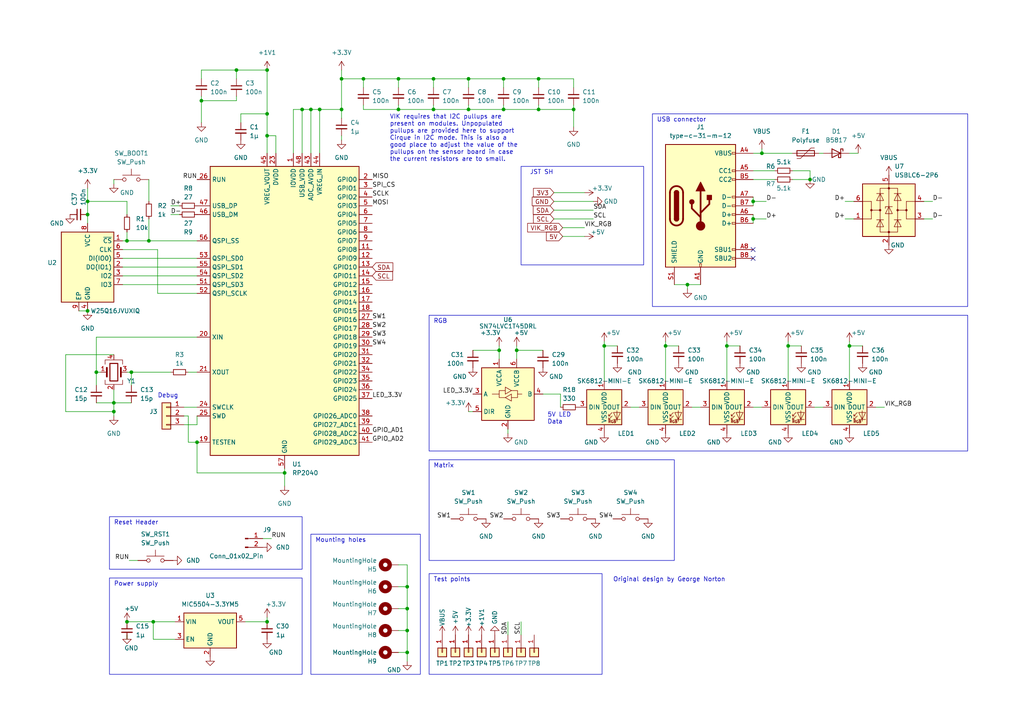
<source format=kicad_sch>
(kicad_sch (version 20230121) (generator eeschema)
  (paper "A4")
  (title_block (title "Trackpad") (date "2023-12-08") (rev "1") (comment 1 "original design by George Norton"))
  (junction (at 220.98 44.45))
  (junction (at 228.6 100.33))
  (junction (at 146.05 22.86))
  (junction (at 135.89 31.75))
  (junction (at 125.73 31.75))
  (junction (at 175.26 100.33))
  (junction (at 210.82 100.33))
  (junction (at 27.94 107.95))
  (junction (at 92.71 31.75))
  (junction (at 99.06 31.75))
  (junction (at 115.57 31.75))
  (junction (at 118.11 176.53))
  (junction (at 246.38 100.33))
  (junction (at 146.05 31.75))
  (junction (at 125.73 22.86))
  (junction (at 99.06 22.86))
  (junction (at 25.4 90.17))
  (junction (at 36.83 69.85))
  (junction (at 33.02 119.38))
  (junction (at 135.89 22.86))
  (junction (at 105.41 22.86))
  (junction (at 118.11 182.88))
  (junction (at 156.21 31.75))
  (junction (at 166.37 31.75))
  (junction (at 25.4 62.23))
  (junction (at 43.18 69.85))
  (junction (at 156.21 22.86))
  (junction (at 77.47 20.32))
  (junction (at 218.44 63.5))
  (junction (at 87.63 31.75))
  (junction (at 77.47 39.37))
  (junction (at 90.17 31.75))
  (junction (at 193.04 100.33))
  (junction (at 199.39 82.55))
  (junction (at 57.15 128.27))
  (junction (at 118.11 189.23))
  (junction (at 77.47 180.34))
  (junction (at 149.86 101.6))
  (junction (at 25.4 58.42))
  (junction (at 82.55 137.16))
  (junction (at 44.45 180.34))
  (junction (at 115.57 22.86))
  (junction (at 38.1 107.95))
  (junction (at 68.58 20.32))
  (junction (at 118.11 170.18))
  (junction (at 36.83 180.34))
  (junction (at 234.95 52.07))
  (junction (at 33.02 116.84))
  (junction (at 58.42 29.21))
  (junction (at 218.44 58.42))
  (junction (at 144.78 101.6))
  (junction (at 77.47 33.02))
  (no_connect (at 218.44 72.39))
  (no_connect (at 218.44 74.93))
  (wire (pts (xy 160.655 60.96) (xy 172.085 60.96)))
  (wire (pts (xy 137.16 101.6) (xy 144.78 101.6)))
  (wire (pts (xy 218.44 52.07) (xy 224.79 52.07)))
  (wire (pts (xy 115.57 30.48) (xy 115.57 31.75)))
  (wire (pts (xy 54.61 107.95) (xy 57.15 107.95)))
  (wire (pts (xy 125.73 22.86) (xy 125.73 25.4)))
  (wire (pts (xy 199.39 82.55) (xy 199.39 83.82)))
  (wire (pts (xy 37.465 162.56) (xy 40.005 162.56)))
  (wire (pts (xy 58.42 20.32) (xy 68.58 20.32)))
  (wire (pts (xy 199.39 82.55) (xy 203.2 82.55)))
  (wire (pts (xy 193.04 100.33) (xy 193.04 110.49)))
  (wire (pts (xy 246.38 100.33) (xy 246.38 110.49)))
  (wire (pts (xy 38.1 107.95) (xy 38.1 111.76)))
  (wire (pts (xy 135.89 31.75) (xy 146.05 31.75)))
  (wire (pts (xy 118.11 176.53) (xy 118.11 182.88)))
  (wire (pts (xy 25.4 58.42) (xy 25.4 62.23)))
  (wire (pts (xy 43.18 63.5) (xy 43.18 69.85)))
  (wire (pts (xy 118.11 163.83) (xy 118.11 170.18)))
  (wire (pts (xy 218.44 49.53) (xy 224.79 49.53)))
  (wire (pts (xy 151.13 180.34) (xy 151.13 184.15)))
  (wire (pts (xy 45.72 72.39) (xy 45.72 85.09)))
  (wire (pts (xy 115.57 176.53) (xy 118.11 176.53)))
  (wire (pts (xy 166.37 22.86) (xy 166.37 25.4)))
  (wire (pts (xy 175.26 100.33) (xy 179.07 100.33)))
  (wire (pts (xy 156.21 22.86) (xy 156.21 25.4)))
  (wire (pts (xy 195.58 82.55) (xy 199.39 82.55)))
  (wire (pts (xy 43.18 69.85) (xy 57.15 69.85)))
  (wire (pts (xy 234.95 49.53) (xy 234.95 52.07)))
  (wire (pts (xy 38.1 107.95) (xy 49.53 107.95)))
  (wire (pts (xy 146.05 22.86) (xy 156.21 22.86)))
  (wire (pts (xy 118.11 182.88) (xy 118.11 189.23)))
  (wire (pts (xy 222.25 63.5) (xy 218.44 63.5)))
  (wire (pts (xy 118.11 170.18) (xy 118.11 176.53)))
  (wire (pts (xy 53.34 118.11) (xy 57.15 118.11)))
  (wire (pts (xy 27.94 97.79) (xy 27.94 107.95)))
  (wire (pts (xy 57.15 97.79) (xy 27.94 97.79)))
  (wire (pts (xy 49.53 62.23) (xy 52.07 62.23)))
  (wire (pts (xy 27.94 107.95) (xy 27.94 111.76)))
  (wire (pts (xy 218.44 62.23) (xy 218.44 63.5)))
  (wire (pts (xy 35.56 72.39) (xy 45.72 72.39)))
  (wire (pts (xy 49.53 59.69) (xy 52.07 59.69)))
  (wire (pts (xy 237.49 44.45) (xy 238.76 44.45)))
  (wire (pts (xy 43.18 52.07) (xy 43.18 58.42)))
  (wire (pts (xy 36.83 69.85) (xy 43.18 69.85)))
  (wire (pts (xy 36.83 107.95) (xy 38.1 107.95)))
  (wire (pts (xy 147.32 125.73) (xy 147.32 124.46)))
  (wire (pts (xy 54.61 128.27) (xy 57.15 128.27)))
  (wire (pts (xy 35.56 82.55) (xy 57.15 82.55)))
  (wire (pts (xy 53.34 120.65) (xy 54.61 120.65)))
  (wire (pts (xy 90.17 44.45) (xy 90.17 31.75)))
  (wire (pts (xy 33.02 116.84) (xy 33.02 119.38)))
  (wire (pts (xy 125.73 30.48) (xy 125.73 31.75)))
  (wire (pts (xy 169.545 55.88) (xy 160.655 55.88)))
  (wire (pts (xy 147.32 180.34) (xy 147.32 184.15)))
  (wire (pts (xy 210.82 100.33) (xy 214.63 100.33)))
  (wire (pts (xy 44.45 180.34) (xy 50.8 180.34)))
  (wire (pts (xy 33.02 119.38) (xy 33.02 120.65)))
  (wire (pts (xy 246.38 99.06) (xy 246.38 100.33)))
  (wire (pts (xy 135.89 22.86) (xy 135.89 25.4)))
  (wire (pts (xy 144.78 100.33) (xy 144.78 101.6)))
  (wire (pts (xy 156.21 31.75) (xy 166.37 31.75)))
  (wire (pts (xy 200.66 118.11) (xy 203.2 118.11)))
  (wire (pts (xy 218.44 58.42) (xy 218.44 59.69)))
  (wire (pts (xy 254 118.11) (xy 256.54 118.11)))
  (wire (pts (xy 99.06 22.86) (xy 105.41 22.86)))
  (wire (pts (xy 33.02 102.87) (xy 19.05 102.87)))
  (wire (pts (xy 92.71 31.75) (xy 99.06 31.75)))
  (wire (pts (xy 149.86 101.6) (xy 149.86 104.14)))
  (wire (pts (xy 77.47 179.07) (xy 77.47 180.34)))
  (wire (pts (xy 87.63 31.75) (xy 90.17 31.75)))
  (wire (pts (xy 118.11 189.23) (xy 118.11 191.77)))
  (wire (pts (xy 175.26 99.06) (xy 175.26 100.33)))
  (wire (pts (xy 193.04 99.06) (xy 193.04 100.33)))
  (wire (pts (xy 229.87 49.53) (xy 234.95 49.53)))
  (wire (pts (xy 27.94 116.84) (xy 33.02 116.84)))
  (wire (pts (xy 90.17 31.75) (xy 92.71 31.75)))
  (wire (pts (xy 53.34 123.19) (xy 57.15 123.19)))
  (wire (pts (xy 105.41 30.48) (xy 105.41 31.75)))
  (wire (pts (xy 115.57 22.86) (xy 125.73 22.86)))
  (wire (pts (xy 246.38 100.33) (xy 250.19 100.33)))
  (wire (pts (xy 38.1 116.84) (xy 33.02 116.84)))
  (wire (pts (xy 77.47 33.02) (xy 77.47 39.37)))
  (wire (pts (xy 135.89 30.48) (xy 135.89 31.75)))
  (wire (pts (xy 85.09 31.75) (xy 87.63 31.75)))
  (wire (pts (xy 19.05 102.87) (xy 19.05 119.38)))
  (wire (pts (xy 57.15 123.19) (xy 57.15 120.65)))
  (wire (pts (xy 175.26 100.33) (xy 175.26 110.49)))
  (wire (pts (xy 58.42 29.21) (xy 58.42 35.56)))
  (wire (pts (xy 222.25 58.42) (xy 218.44 58.42)))
  (wire (pts (xy 210.82 100.33) (xy 210.82 110.49)))
  (wire (pts (xy 115.57 189.23) (xy 118.11 189.23)))
  (wire (pts (xy 80.01 44.45) (xy 80.01 39.37)))
  (wire (pts (xy 146.05 22.86) (xy 146.05 25.4)))
  (wire (pts (xy 156.21 30.48) (xy 156.21 31.75)))
  (wire (pts (xy 82.55 140.97) (xy 82.55 137.16)))
  (wire (pts (xy 160.655 63.5) (xy 172.085 63.5)))
  (wire (pts (xy 92.71 31.75) (xy 92.71 44.45)))
  (wire (pts (xy 166.37 31.75) (xy 166.37 36.83)))
  (wire (pts (xy 125.73 31.75) (xy 135.89 31.75)))
  (wire (pts (xy 99.06 39.37) (xy 99.06 40.64)))
  (wire (pts (xy 77.47 20.32) (xy 68.58 20.32)))
  (wire (pts (xy 115.57 31.75) (xy 125.73 31.75)))
  (wire (pts (xy 245.11 58.42) (xy 247.65 58.42)))
  (wire (pts (xy 71.12 180.34) (xy 77.47 180.34)))
  (wire (pts (xy 270.51 58.42) (xy 267.97 58.42)))
  (wire (pts (xy 245.11 63.5) (xy 247.65 63.5)))
  (wire (pts (xy 33.02 53.34) (xy 33.02 52.07)))
  (wire (pts (xy 228.6 100.33) (xy 228.6 110.49)))
  (wire (pts (xy 144.78 101.6) (xy 144.78 104.14)))
  (wire (pts (xy 166.37 30.48) (xy 166.37 31.75)))
  (wire (pts (xy 82.55 137.16) (xy 82.55 135.89)))
  (wire (pts (xy 99.06 22.86) (xy 99.06 31.75)))
  (wire (pts (xy 77.47 39.37) (xy 77.47 44.45)))
  (wire (pts (xy 35.56 77.47) (xy 57.15 77.47)))
  (wire (pts (xy 125.73 22.86) (xy 135.89 22.86)))
  (wire (pts (xy 25.4 62.23) (xy 25.4 64.77)))
  (wire (pts (xy 45.72 85.09) (xy 57.15 85.09)))
  (wire (pts (xy 68.58 22.86) (xy 68.58 20.32)))
  (wire (pts (xy 57.15 128.27) (xy 57.15 137.16)))
  (wire (pts (xy 228.6 99.06) (xy 228.6 100.33)))
  (wire (pts (xy 210.82 99.06) (xy 210.82 100.33)))
  (wire (pts (xy 236.22 118.11) (xy 238.76 118.11)))
  (wire (pts (xy 193.04 100.33) (xy 196.85 100.33)))
  (wire (pts (xy 36.83 67.31) (xy 36.83 69.85)))
  (wire (pts (xy 78.74 156.21) (xy 76.2 156.21)))
  (wire (pts (xy 58.42 29.21) (xy 68.58 29.21)))
  (wire (pts (xy 22.86 90.17) (xy 25.4 90.17)))
  (wire (pts (xy 36.83 184.15) (xy 36.83 185.42)))
  (wire (pts (xy 218.44 44.45) (xy 220.98 44.45)))
  (wire (pts (xy 169.545 66.04) (xy 163.195 66.04)))
  (wire (pts (xy 58.42 20.32) (xy 58.42 22.86)))
  (wire (pts (xy 115.57 170.18) (xy 118.11 170.18)))
  (wire (pts (xy 36.83 58.42) (xy 36.83 62.23)))
  (wire (pts (xy 35.56 80.01) (xy 57.15 80.01)))
  (wire (pts (xy 54.61 120.65) (xy 54.61 128.27)))
  (wire (pts (xy 156.21 22.86) (xy 166.37 22.86)))
  (wire (pts (xy 50.8 185.42) (xy 44.45 185.42)))
  (wire (pts (xy 135.89 22.86) (xy 146.05 22.86)))
  (wire (pts (xy 105.41 22.86) (xy 115.57 22.86)))
  (wire (pts (xy 33.02 113.03) (xy 33.02 116.84)))
  (wire (pts (xy 105.41 31.75) (xy 115.57 31.75)))
  (wire (pts (xy 160.655 58.42) (xy 172.085 58.42)))
  (wire (pts (xy 68.58 29.21) (xy 68.58 27.94)))
  (wire (pts (xy 135.89 119.38) (xy 137.16 119.38)))
  (wire (pts (xy 162.56 114.3) (xy 162.56 118.11)))
  (wire (pts (xy 246.38 44.45) (xy 248.92 44.45)))
  (wire (pts (xy 115.57 182.88) (xy 118.11 182.88)))
  (wire (pts (xy 220.98 44.45) (xy 229.87 44.45)))
  (wire (pts (xy 19.05 119.38) (xy 33.02 119.38)))
  (wire (pts (xy 115.57 163.83) (xy 118.11 163.83)))
  (wire (pts (xy 157.48 114.3) (xy 162.56 114.3)))
  (wire (pts (xy 27.94 107.95) (xy 29.21 107.95)))
  (wire (pts (xy 99.06 20.32) (xy 99.06 22.86)))
  (wire (pts (xy 149.86 100.33) (xy 149.86 101.6)))
  (wire (pts (xy 218.44 63.5) (xy 218.44 64.77)))
  (wire (pts (xy 228.6 100.33) (xy 232.41 100.33)))
  (wire (pts (xy 80.01 39.37) (xy 77.47 39.37)))
  (wire (pts (xy 35.56 69.85) (xy 36.83 69.85)))
  (wire (pts (xy 229.87 52.07) (xy 234.95 52.07)))
  (wire (pts (xy 99.06 31.75) (xy 99.06 34.29)))
  (wire (pts (xy 57.15 137.16) (xy 82.55 137.16)))
  (wire (pts (xy 36.83 180.34) (xy 44.45 180.34)))
  (wire (pts (xy 77.47 20.32) (xy 77.47 33.02)))
  (wire (pts (xy 182.88 118.11) (xy 185.42 118.11)))
  (wire (pts (xy 69.85 33.02) (xy 77.47 33.02)))
  (wire (pts (xy 85.09 44.45) (xy 85.09 31.75)))
  (wire (pts (xy 36.83 58.42) (xy 25.4 58.42)))
  (wire (pts (xy 270.51 63.5) (xy 267.97 63.5)))
  (wire (pts (xy 69.85 33.02) (xy 69.85 35.56)))
  (wire (pts (xy 220.98 43.18) (xy 220.98 44.45)))
  (wire (pts (xy 218.44 57.15) (xy 218.44 58.42)))
  (wire (pts (xy 218.44 118.11) (xy 220.98 118.11)))
  (wire (pts (xy 25.4 54.61) (xy 25.4 58.42)))
  (wire (pts (xy 105.41 22.86) (xy 105.41 25.4)))
  (wire (pts (xy 146.05 30.48) (xy 146.05 31.75)))
  (wire (pts (xy 115.57 22.86) (xy 115.57 25.4)))
  (wire (pts (xy 146.05 31.75) (xy 156.21 31.75)))
  (wire (pts (xy 35.56 74.93) (xy 57.15 74.93)))
  (wire (pts (xy 58.42 27.94) (xy 58.42 29.21)))
  (wire (pts (xy 169.545 68.58) (xy 163.195 68.58)))
  (wire (pts (xy 44.45 185.42) (xy 44.45 180.34)))
  (wire (pts (xy 87.63 31.75) (xy 87.63 44.45)))
  (wire (pts (xy 149.86 101.6) (xy 157.48 101.6)))
  (rectangle (start 124.46 133.35) (end 195.58 162.56))
  (rectangle (start 124.46 166.37) (end 174.625 195.58))
  (rectangle (start 31.75 149.86) (end 87.63 165.1))
  (rectangle (start 189.23 33.02) (end 280.67 88.9))
  (rectangle (start 124.46 91.44) (end 280.67 130.81))
  (rectangle (start 151.13 48.26) (end 186.69 76.835))
  (rectangle (start 90.17 154.94) (end 121.92 195.58))
  (rectangle (start 31.75 167.64) (end 87.63 195.58))
  (text "Test points" (at 125.73 168.91 0) (effects (font (size 1.27 1.27)) (justify left bottom)))
  (text "Mounting holes" (at 91.44 157.48 0) (effects (font (size 1.27 1.27)) (justify left bottom)))
  (text "USB connector" (at 190.5 35.56 0) (effects (font (size 1.27 1.27)) (justify left bottom)))
  (text "Power supply" (at 33.02 170.18 0) (effects (font (size 1.27 1.27)) (justify left bottom)))
  (text "Debug" (at 45.72 115.57 0) (effects (font (size 1.27 1.27)) (justify left bottom)))
  (text "JST SH" (at 153.67 50.8 0) (effects (font (size 1.27 1.27)) (justify left bottom)))
  (text "VIK requires that I2C pullups are\npresent on modules. Unpopulated\npullups are provided here to support\nCirque in I2C mode. This is also a\ngood place to adjust the value of the\npullups on the sensor board in case\nthe current resistors are to small." (at 113.03 46.99 0) (effects (font (size 1.27 1.27)) (justify left bottom)))
  (text "RGB" (at 125.73 93.98 0) (effects (font (size 1.27 1.27)) (justify left bottom)))
  (text "Original design by George Norton" (at 177.8 168.91 0) (effects (font (size 1.27 1.27)) (justify left bottom)))
  (text "Matrix" (at 125.73 135.89 0) (effects (font (size 1.27 1.27)) (justify left bottom)))
  (text "Reset Header" (at 33.02 152.4 0) (effects (font (size 1.27 1.27)) (justify left bottom)))
  (text "5V LED\nData" (at 158.75 123.19 0) (effects (font (size 1.27 1.27)) (justify left bottom)))
  (label "VIK_RGB" (at 256.54 118.11 0))
  (label "VIK_RGB" (at 169.545 66.04 0))
  (label "SCL" (at 151.13 180.34 270))
  (label "D-" (at 270.51 58.42 0))
  (label "SCL" (at 172.085 63.5 0))
  (label "MOSI" (at 107.95 59.69 0))
  (label "RUN" (at 78.74 156.21 0))
  (label "D+" (at 49.53 59.69 0))
  (label "SW1" (at 130.81 150.495 180))
  (label "SW2" (at 107.95 95.25 0))
  (label "SDA" (at 172.085 60.96 0))
  (label "SPI_CS" (at 107.95 54.61 0))
  (label "RUN" (at 37.465 162.56 180))
  (label "SW1" (at 107.95 92.71 0))
  (label "MISO" (at 107.95 52.07 0))
  (label "SW2" (at 146.05 150.495 180))
  (label "LED_3.3V" (at 137.16 114.3 180))
  (label "RUN" (at 57.15 52.07 180))
  (label "SDA" (at 147.32 180.34 270))
  (label "SW3" (at 162.56 150.495 180))
  (label "LED_3.3V" (at 107.95 115.57 0))
  (label "D+" (at 245.11 63.5 180))
  (label "SW4" (at 177.8 150.495 180))
  (label "D-" (at 222.25 58.42 0))
  (label "GPIO_AD2" (at 107.95 128.27 0))
  (label "SCLK" (at 107.95 57.15 0))
  (label "SW4" (at 107.95 100.33 0))
  (label "SW3" (at 107.95 97.79 0))
  (label "D-" (at 49.53 62.23 0))
  (label "D+" (at 245.11 58.42 180))
  (label "D-" (at 270.51 63.5 0))
  (label "D+" (at 222.25 63.5 0))
  (label "GPIO_AD1" (at 107.95 125.73 0))
  (global_label "3V3" (shape input) (at 160.655 55.88 180) (property "Intersheetrefs" "${INTERSHEET_REFS}" (effects hide)))
  (global_label "SCL" (shape input) (at 107.95 80.01 0) (property "Intersheetrefs" "${INTERSHEET_REFS}" (effects hide)))
  (global_label "GND" (shape input) (at 160.655 58.42 180) (property "Intersheetrefs" "${INTERSHEET_REFS}" (effects hide)))
  (global_label "SDA" (shape input) (at 160.655 60.96 180) (property "Intersheetrefs" "${INTERSHEET_REFS}" (effects hide)))
  (global_label "SDA" (shape input) (at 107.95 77.47 0) (property "Intersheetrefs" "${INTERSHEET_REFS}" (effects hide)))
  (global_label "5V" (shape input) (at 163.195 68.58 180) (property "Intersheetrefs" "${INTERSHEET_REFS}" (effects hide)))
  (global_label "SCL" (shape input) (at 160.655 63.5 180) (property "Intersheetrefs" "${INTERSHEET_REFS}" (effects hide)))
  (global_label "VIK_RGB" (shape input) (at 163.195 66.04 180) (property "Intersheetrefs" "${INTERSHEET_REFS}" (effects hide)))
  (symbol (lib_id "power:+5V") (at 36.83 180.34 0) (unit 1)
    (property "Reference" "#PWR047" (effects hide))
    (property "Value" "+5V" (at 38.1 176.53 0))
  )
  (symbol (lib_id "power:+5V") (at 246.38 99.06 0) (unit 1)
    (property "Reference" "#PWR063" (effects hide))
    (property "Value" "+5V" (at 248.92 96.52 0))
  )
  (symbol (lib_id "power:GND") (at 157.48 106.68 0) (unit 1)
    (property "Reference" "#PWR056" (effects hide))
    (property "Value" "GND" (at 161.29 109.22 0))
  )
  (symbol (lib_id "Connector_Generic:Conn_01x03") (at 48.26 120.65 0) (mirror y) (unit 1)
    (property "Reference" "J3" (at 45.72 119.38 0) (effects (justify left)))
    (property "Value" "JST 3P" (effects hide))
    (property "Footprint" "Connector_JST:JST_SH_BM03B-SRSS-TB_1x03-1MP_P1.00mm_Vertical" (effects hide))
  )
  (symbol (lib_id "power:GND") (at 246.38 125.73 0) (unit 1)
    (property "Reference" "#PWR055" (effects hide))
    (property "Value" "GND" (at 242.57 128.27 0))
  )
  (symbol (lib_id "power:+1V1") (at 139.7 184.15 0) (unit 1)
    (property "Reference" "#PWR043" (effects hide))
    (property "Value" "+1V1" (at 139.7 179.07 90))
  )
  (symbol (lib_id "MCU_RaspberryPi:RP2040") (at 82.55 90.17 0) (unit 1)
    (property "Reference" "U1" (at 84.7441 134.62 0) (effects (justify left)))
    (property "Value" "RP2040" (at 84.7441 137.16 0) (effects (justify left)))
    (property "Footprint" "Package_DFN_QFN:QFN-56-1EP_7x7mm_P0.4mm_EP3.2x3.2mm" (effects hide))
    (property "Datasheet" "https://datasheets.raspberrypi.com/rp2040/rp2040-datasheet.pdf" (effects hide))
    (property "LCSC" "C2040" (effects hide))
  )
  (symbol (lib_id "Device:C_Small") (at 196.85 102.87 0) (unit 1)
    (property "Reference" "C33" (at 199.39 101.6063 0) (effects (justify left)))
    (property "Value" "100n" (at 199.39 104.1463 0) (effects (justify left)))
    (property "Footprint" "Capacitor_SMD:C_0402_1005Metric" (effects hide))
    (property "LCSC" "C1525" (effects hide))
  )
  (symbol (lib_id "Power_Protection:USBLC6-2P6") (at 257.81 60.96 0) (unit 1)
    (property "Reference" "U7" (at 259.4611 48.26 0) (effects (justify left)))
    (property "Value" "USBLC6-2P6" (at 259.4611 50.8 0) (effects (justify left)))
    (property "Footprint" "Package_TO_SOT_SMD:SOT-666" (effects hide))
    (property "LCSC" "C2827693" (effects hide))
  )
  (symbol (lib_id "Marbastlib:SK6812MINI-E") (at 228.6 118.11 0) (unit 1)
    (property "Reference" "LED4" (at 234.95 125.73 0))
    (property "Value" "SK6812-MINI-E" (at 228.6 110.49 0))
    (property "Footprint" "PCM_marbastlib-various:LED_6028R" (effects hide))
    (property "LCSC" "C5149201" (effects hide))
  )
  (symbol (lib_id "Device:R_Small") (at 165.1 118.11 270) (unit 1)
    (property "Reference" "R18" (at 165.1 113.03 90))
    (property "Value" "330" (at 165.1 115.57 90))
    (property "Footprint" "Resistor_SMD:R_0402_1005Metric" (effects hide))
    (property "LCSC" "C25104" (effects hide))
  )
  (symbol (lib_id "Device:C_Small") (at 135.89 27.94 0) (unit 1)
    (property "Reference" "C8" (at 138.43 26.6763 0) (effects (justify left)))
    (property "Value" "100n" (at 138.43 29.2163 0) (effects (justify left)))
    (property "Footprint" "Capacitor_SMD:C_0402_1005Metric" (effects hide))
    (property "LCSC" "C1525" (effects hide))
  )
  (symbol (lib_id "Device:C_Small") (at 232.41 102.87 0) (unit 1)
    (property "Reference" "C35" (at 234.95 101.6063 0) (effects (justify left)))
    (property "Value" "100n" (at 234.95 104.1463 0) (effects (justify left)))
    (property "Footprint" "Capacitor_SMD:C_0402_1005Metric" (effects hide))
    (property "LCSC" "C1525" (effects hide))
  )
  (symbol (lib_id "Device:C_Small") (at 77.47 182.88 0) (unit 1)
    (property "Reference" "C30" (at 80.01 181.6163 0) (effects (justify left)))
    (property "Value" "1µ" (at 80.01 184.15 0) (effects (justify left)))
    (property "Footprint" "Capacitor_SMD:C_0402_1005Metric" (effects hide))
    (property "LCSC" "C52923" (effects hide))
  )
  (symbol (lib_id "power:+3.3V") (at 25.4 54.61 0) (unit 1)
    (property "Reference" "#PWR03" (effects hide))
    (property "Value" "+3.3V" (at 25.4 49.53 0))
  )
  (symbol (lib_id "power:+3.3V") (at 135.89 119.38 0) (unit 1)
    (property "Reference" "#PWR069" (effects hide))
    (property "Value" "+3.3V" (at 132.08 116.84 0))
  )
  (symbol (lib_id "Marbastlib:SK6812MINI-E") (at 193.04 118.11 0) (unit 1)
    (property "Reference" "LED2" (at 199.39 125.73 0))
    (property "Value" "SK6812-MINI-E" (at 193.04 110.49 0))
    (property "Footprint" "PCM_marbastlib-various:LED_6028R" (effects hide))
    (property "LCSC" "C5149201" (effects hide))
  )
  (symbol (lib_id "Device:C_Small") (at 146.05 27.94 0) (unit 1)
    (property "Reference" "C9" (at 148.59 26.6763 0) (effects (justify left)))
    (property "Value" "100n" (at 148.59 29.2163 0) (effects (justify left)))
    (property "Footprint" "Capacitor_SMD:C_0402_1005Metric" (effects hide))
    (property "LCSC" "C1525" (effects hide))
  )
  (symbol (lib_id "Device:C_Small") (at 156.21 27.94 0) (unit 1)
    (property "Reference" "C10" (at 158.75 26.6763 0) (effects (justify left)))
    (property "Value" "100n" (at 158.75 29.2163 0) (effects (justify left)))
    (property "Footprint" "Capacitor_SMD:C_0402_1005Metric" (effects hide))
    (property "LCSC" "C1525" (effects hide))
  )
  (symbol (lib_id "power:GND") (at 143.51 184.15 180) (unit 1)
    (property "Reference" "#PWR042" (effects hide))
    (property "Value" "GND" (at 143.51 179.07 90))
  )
  (symbol (lib_id "Marbastlib:SK6812MINI-E") (at 175.26 118.11 0) (unit 1)
    (property "Reference" "LED1" (at 181.61 125.73 0))
    (property "Value" "SK6812-MINI-E" (at 175.26 110.49 0))
    (property "Footprint" "PCM_marbastlib-various:LED_6028R" (effects hide))
    (property "LCSC" "C5149201" (effects hide))
  )
  (symbol (lib_id "Device:R_Small") (at 227.33 49.53 90) (unit 1)
    (property "Reference" "R6" (at 223.52 48.26 90))
    (property "Value" "5.1k" (at 227.33 46.99 90))
    (property "Footprint" "Resistor_SMD:R_0402_1005Metric" (effects hide))
    (property "LCSC" "C25905" (effects hide))
  )
  (symbol (lib_id "power:+3.3V") (at 77.47 179.07 0) (unit 1)
    (property "Reference" "#PWR048" (effects hide))
    (property "Value" "+3.3V" (at 80.01 175.26 0))
  )
  (symbol (lib_id "Connector_Generic:Conn_01x01") (at 143.51 189.23 270) (unit 1)
    (property "Reference" "TP5" (at 143.51 192.405 90))
    (property "Value" "TP" (effects hide))
    (property "Footprint" "TestPoint:TestPoint_THTPad_D1.0mm_Drill0.5mm" (effects hide))
  )
  (symbol (lib_id "power:GND") (at 214.63 105.41 0) (unit 1)
    (property "Reference" "#PWR060" (effects hide))
    (property "Value" "GND" (at 218.44 107.95 0))
  )
  (symbol (lib_id "Device:C_Small") (at 250.19 102.87 0) (unit 1)
    (property "Reference" "C36" (at 252.73 101.6063 0) (effects (justify left)))
    (property "Value" "100n" (at 252.73 104.1463 0) (effects (justify left)))
    (property "Footprint" "Capacitor_SMD:C_0402_1005Metric" (effects hide))
    (property "LCSC" "C1525" (effects hide))
  )
  (symbol (lib_id "Device:Polyfuse") (at 233.68 44.45 270) (unit 1)
    (property "Reference" "F1" (at 233.68 38.1 90))
    (property "Value" "Polyfuse" (at 233.68 40.64 90))
    (property "Footprint" "Fuse:Fuse_0603_1608Metric" (effects hide))
    (property "LCSC" "C69679" (effects hide))
  )
  (symbol (lib_id "Connector_Generic:Conn_01x01") (at 135.89 189.23 270) (unit 1)
    (property "Reference" "TP3" (at 135.89 192.405 90))
    (property "Value" "TP" (effects hide))
    (property "Footprint" "TestPoint:TestPoint_THTPad_D1.0mm_Drill0.5mm" (effects hide))
  )
  (symbol (lib_id "power:+5V") (at 149.86 100.33 0) (unit 1)
    (property "Reference" "#PWR070" (effects hide))
    (property "Value" "+5V" (at 151.13 96.52 0))
  )
  (symbol (lib_id "Mechanical:MountingHole_Pad") (at 113.03 163.83 90) (unit 1)
    (property "Reference" "H5" (at 107.95 165.1 90))
    (property "Value" "MountingHole" (at 102.87 162.56 90))
    (property "Footprint" "MountingHole:MountingHole_3.2mm_M3_Pad_Via" (effects hide))
  )
  (symbol (lib_id "power:+5V") (at 228.6 99.06 0) (unit 1)
    (property "Reference" "#PWR061" (effects hide))
    (property "Value" "+5V" (at 231.14 96.52 0))
  )
  (symbol (lib_id "Device:C_Small") (at 27.94 114.3 0) (unit 1)
    (property "Reference" "C12" (at 21.59 113.03 0) (effects (justify left)))
    (property "Value" "15p" (at 21.59 115.57 0) (effects (justify left)))
    (property "Footprint" "Capacitor_SMD:C_0402_1005Metric" (effects hide))
    (property "LCSC" "C1548" (effects hide))
  )
  (symbol (lib_id "power:GND") (at 82.55 140.97 0) (unit 1)
    (property "Reference" "#PWR014" (effects hide))
    (property "Value" "GND" (at 82.55 146.05 0))
  )
  (symbol (lib_id "Mechanical:MountingHole_Pad") (at 113.03 176.53 90) (unit 1)
    (property "Reference" "H7" (at 107.95 177.8 90))
    (property "Value" "MountingHole" (at 102.87 175.26 90))
    (property "Footprint" "MountingHole:MountingHole_3.2mm_M3_Pad_Via" (effects hide))
  )
  (symbol (lib_id "Device:C_Small") (at 166.37 27.94 0) (unit 1)
    (property "Reference" "C11" (at 168.91 26.6763 0) (effects (justify left)))
    (property "Value" "100n" (at 168.91 29.2163 0) (effects (justify left)))
    (property "Footprint" "Capacitor_SMD:C_0402_1005Metric" (effects hide))
    (property "LCSC" "C1525" (effects hide))
  )
  (symbol (lib_id "Device:C_Small") (at 157.48 104.14 0) (unit 1)
    (property "Reference" "C29" (at 160.02 102.8763 0) (effects (justify left)))
    (property "Value" "100n" (at 160.02 105.4163 0) (effects (justify left)))
    (property "Footprint" "Capacitor_SMD:C_0402_1005Metric" (effects hide))
    (property "LCSC" "C1525" (effects hide))
  )
  (symbol (lib_id "power:GND") (at 257.81 71.12 0) (unit 1)
    (property "Reference" "#PWR071" (effects hide))
    (property "Value" "GND" (at 260.35 71.12 0))
  )
  (symbol (lib_id "power:GND") (at 76.2 158.75 90) (unit 1)
    (property "Reference" "#PWR051" (effects hide))
    (property "Value" "GND" (at 80.01 158.75 90) (effects (justify right)))
  )
  (symbol (lib_id "power:GND") (at 199.39 83.82 0) (unit 1)
    (property "Reference" "#PWR031" (effects hide))
    (property "Value" "GND" (at 203.2 86.36 0))
  )
  (symbol (lib_id "Device:C_Small") (at 179.07 102.87 0) (unit 1)
    (property "Reference" "C32" (at 181.61 101.6063 0) (effects (justify left)))
    (property "Value" "100n" (at 181.61 104.1463 0) (effects (justify left)))
    (property "Footprint" "Capacitor_SMD:C_0402_1005Metric" (effects hide))
    (property "LCSC" "C1525" (effects hide))
  )
  (symbol (lib_id "Memory_Flash:W25Q128JVS") (at 25.4 77.47 0) (mirror y) (unit 1)
    (property "Reference" "U2" (at 16.51 76.2 0) (effects (justify left)))
    (property "Value" "W25Q16JVUXIQ" (at 40.64 90.17 0) (effects (justify left)))
    (property "Footprint" "Trackpad:USON-8-1EP_3x2mm_P0.5mm_EP0.25x1.65mm" (effects hide))
    (property "LCSC" "C2843335" (effects hide))
  )
  (symbol (lib_id "Device:C_Small") (at 36.83 182.88 0) (unit 1)
    (property "Reference" "C15" (at 39.37 181.6163 0) (effects (justify left)))
    (property "Value" "1µ" (at 39.37 184.15 0) (effects (justify left)))
    (property "Footprint" "Capacitor_SMD:C_0402_1005Metric" (effects hide))
    (property "LCSC" "C52923" (effects hide))
  )
  (symbol (lib_id "power:GND") (at 99.06 40.64 0) (unit 1)
    (property "Reference" "#PWR016" (effects hide))
    (property "Value" "GND" (at 99.06 45.72 0))
  )
  (symbol (lib_id "power:GND") (at 36.83 184.15 0) (unit 1)
    (property "Reference" "#PWR049" (effects hide))
    (property "Value" "GND" (at 38.1 187.96 0))
  )
  (symbol (lib_id "Switch:SW_Push") (at 45.085 162.56 0) (unit 1)
    (property "Reference" "SW_RST1" (at 45.085 154.94 0))
    (property "Value" "SW_Push" (at 45.085 157.48 0))
    (property "Footprint" "Button_Switch_SMD:SW_SPST_B3U-1000P" (effects hide))
    (property "LCSC" "C221821" (effects hide))
  )
  (symbol (lib_id "Device:C_Small") (at 58.42 25.4 0) (unit 1)
    (property "Reference" "C2" (at 60.96 24.1363 0) (effects (justify left)))
    (property "Value" "100n" (at 60.96 26.6763 0) (effects (justify left)))
    (property "Footprint" "Capacitor_SMD:C_0402_1005Metric" (effects hide))
    (property "LCSC" "C1525" (effects hide))
  )
  (symbol (lib_id "power:+5V") (at 175.26 99.06 0) (unit 1)
    (property "Reference" "#PWR013" (effects hide))
    (property "Value" "+5V" (at 177.8 96.52 0))
  )
  (symbol (lib_id "Connector_Generic:Conn_01x01") (at 139.7 189.23 270) (unit 1)
    (property "Reference" "TP4" (at 139.7 192.405 90))
    (property "Value" "TP" (effects hide))
    (property "Footprint" "TestPoint:TestPoint_THTPad_D1.0mm_Drill0.5mm" (effects hide))
  )
  (symbol (lib_id "power:GND") (at 60.96 190.5 0) (unit 1)
    (property "Reference" "#PWR052" (effects hide))
    (property "Value" "GND" (effects hide))
  )
  (symbol (lib_id "Marbastlib:SK6812MINI-E") (at 246.38 118.11 0) (unit 1)
    (property "Reference" "LED5" (at 252.73 125.73 0))
    (property "Value" "SK6812-MINI-E" (at 246.38 110.49 0))
    (property "Footprint" "PCM_marbastlib-various:LED_6028R" (effects hide))
    (property "LCSC" "C5149201" (effects hide))
  )
  (symbol (lib_id "Device:R_Small") (at 52.07 107.95 270) (unit 1)
    (property "Reference" "R3" (at 52.07 102.87 90))
    (property "Value" "1k" (at 52.07 105.41 90))
    (property "Footprint" "Resistor_SMD:R_0402_1005Metric" (effects hide))
    (property "LCSC" "C11702" (effects hide))
  )
  (symbol (lib_id "Connector:Conn_01x02_Pin") (at 71.12 156.21 0) (unit 1)
    (property "Reference" "J9" (at 77.47 153.67 0))
    (property "Value" "Conn_01x02_Pin" (at 68.58 161.29 0))
    (property "Footprint" "Connector_PinHeader_2.54mm:PinHeader_1x02_P2.54mm_Vertical" (effects hide))
  )
  (symbol (lib_id "Device:D_Schottky") (at 242.57 44.45 0) (mirror y) (unit 1)
    (property "Reference" "D1" (at 242.57 38.1 0))
    (property "Value" "B5817" (at 242.57 40.64 0))
    (property "Footprint" "Diode_SMD:D_SOD-323" (effects hide))
    (property "LCSC" "C123899" (effects hide))
  )
  (symbol (lib_id "Device:C_Small") (at 99.06 36.83 0) (unit 1)
    (property "Reference" "C4" (at 101.6 35.5663 0) (effects (justify left)))
    (property "Value" "1µ" (at 101.6 38.1063 0) (effects (justify left)))
    (property "Footprint" "Capacitor_SMD:C_0402_1005Metric" (effects hide))
    (property "LCSC" "C52923" (effects hide))
  )
  (symbol (lib_id "Logic_LevelTranslator:SN74LVC1T45DRL") (at 147.32 114.3 0) (unit 1)
    (property "Reference" "U6" (at 147.32 92.71 0))
    (property "Value" "SN74LVC1T45DRL" (at 147.32 94.615 0))
    (property "Footprint" "Trackpad:SN74LVC1T45DRLR" (effects hide))
    (property "Datasheet" "http://www.ti.com/lit/ds/symlink/sn74lvc1t45.pdf" (effects hide))
    (property "LCSC" "C352970" (effects hide))
  )
  (symbol (lib_id "power:GND") (at 50.165 162.56 90) (unit 1)
    (property "Reference" "#PWR085" (effects hide))
    (property "Value" "GND" (at 53.975 162.56 90) (effects (justify right)))
  )
  (symbol (lib_id "power:VBUS") (at 220.98 43.18 0) (unit 1)
    (property "Reference" "#PWR036" (effects hide))
    (property "Value" "VBUS" (at 220.98 38.1 0))
  )
  (symbol (lib_id "power:GND") (at 175.26 125.73 0) (unit 1)
    (property "Reference" "#PWR011" (effects hide))
    (property "Value" "GND" (at 171.45 128.27 0))
  )
  (symbol (lib_id "Device:C_Small") (at 214.63 102.87 0) (unit 1)
    (property "Reference" "C34" (at 217.17 101.6063 0) (effects (justify left)))
    (property "Value" "100n" (at 217.17 104.1463 0) (effects (justify left)))
    (property "Footprint" "Capacitor_SMD:C_0402_1005Metric" (effects hide))
    (property "LCSC" "C1525" (effects hide))
  )
  (symbol (lib_id "power:GND") (at 232.41 105.41 0) (unit 1)
    (property "Reference" "#PWR062" (effects hide))
    (property "Value" "GND" (at 236.22 107.95 0))
  )
  (symbol (lib_id "Connector_Generic:Conn_01x01") (at 128.27 189.23 270) (unit 1)
    (property "Reference" "TP1" (at 128.27 192.405 90))
    (property "Value" "TP" (effects hide))
    (property "Footprint" "TestPoint:TestPoint_THTPad_D1.0mm_Drill0.5mm" (effects hide))
  )
  (symbol (lib_id "Mechanical:MountingHole_Pad") (at 113.03 182.88 90) (unit 1)
    (property "Reference" "H8" (at 107.95 184.15 90))
    (property "Value" "MountingHole" (at 102.87 181.61 90))
    (property "Footprint" "MountingHole:MountingHole_3.2mm_M3_Pad_Via" (effects hide))
  )
  (symbol (lib_id "power:GND") (at 156.21 150.495 0) (unit 1)
    (property "Reference" "#PWR034" (effects hide))
    (property "Value" "GND" (at 156.21 155.575 0))
  )
  (symbol (lib_id "power:GND") (at 118.11 191.77 0) (unit 1)
    (property "Reference" "#PWR083" (effects hide))
    (property "Value" "GND" (at 114.3 194.31 0))
  )
  (symbol (lib_id "Connector_Generic:Conn_01x01") (at 154.94 189.23 270) (unit 1)
    (property "Reference" "TP8" (at 154.94 192.405 90))
    (property "Value" "TP" (effects hide))
    (property "Footprint" "TestPoint:TestPoint_THTPad_D1.0mm_Drill0.5mm" (effects hide))
  )
  (symbol (lib_id "power:GND") (at 69.85 40.64 0) (unit 1)
    (property "Reference" "#PWR09" (effects hide))
    (property "Value" "GND" (at 69.85 45.72 0))
  )
  (symbol (lib_id "power:GND") (at 33.02 53.34 0) (unit 1)
    (property "Reference" "#PWR05" (effects hide))
    (property "Value" "GND" (at 36.83 55.88 0))
  )
  (symbol (lib_id "Device:C_Small") (at 38.1 114.3 0) (unit 1)
    (property "Reference" "C13" (at 40.64 113.0363 0) (effects (justify left)))
    (property "Value" "15p" (at 40.64 115.5763 0) (effects (justify left)))
    (property "Footprint" "Capacitor_SMD:C_0402_1005Metric" (effects hide))
    (property "LCSC" "C1548" (effects hide))
  )
  (symbol (lib_id "power:VBUS") (at 128.27 184.15 0) (unit 1)
    (property "Reference" "#PWR038" (effects hide))
    (property "Value" "VBUS" (at 128.27 179.07 90))
  )
  (symbol (lib_id "power:GND") (at 140.97 150.495 0) (unit 1)
    (property "Reference" "#PWR035" (effects hide))
    (property "Value" "GND" (at 140.97 155.575 0))
  )
  (symbol (lib_id "power:+3.3V") (at 144.78 100.33 0) (unit 1)
    (property "Reference" "#PWR068" (effects hide))
    (property "Value" "+3.3V" (at 142.24 96.52 0))
  )
  (symbol (lib_id "power:GND") (at 172.72 150.495 0) (unit 1)
    (property "Reference" "#PWR033" (effects hide))
    (property "Value" "GND" (at 172.72 155.575 0))
  )
  (symbol (lib_id "power:+5V") (at 210.82 99.06 0) (unit 1)
    (property "Reference" "#PWR059" (effects hide))
    (property "Value" "+5V" (at 213.36 96.52 0))
  )
  (symbol (lib_id "Connector:USB_C_Receptacle_USB2.0") (at 203.2 59.69 0) (unit 1)
    (property "Reference" "J1" (at 203.2 36.83 0))
    (property "Value" "type-c-31-m-12" (at 203.2 39.37 0))
    (property "Footprint" "Trackpad:USB_C_Receptacle_HRO_TYPE-C-31-M-12" (effects hide))
    (property "Datasheet" "https://www.usb.org/sites/default/files/documents/usb_type-c.zip" (effects hide))
    (property "LCSC" "C165948" (effects hide))
  )
  (symbol (lib_id "power:GND") (at 196.85 105.41 0) (unit 1)
    (property "Reference" "#PWR058" (effects hide))
    (property "Value" "GND" (at 200.66 107.95 0))
  )
  (symbol (lib_id "power:GND") (at 193.04 125.73 0) (unit 1)
    (property "Reference" "#PWR026" (effects hide))
    (property "Value" "GND" (at 189.23 128.27 0))
  )
  (symbol (lib_id "power:GND") (at 210.82 125.73 0) (unit 1)
    (property "Reference" "#PWR053" (effects hide))
    (property "Value" "GND" (at 207.01 128.27 0))
  )
  (symbol (lib_id "power:+3.3V") (at 169.545 55.88 270) (mirror x) (unit 1)
    (property "Reference" "#PWR01" (effects hide))
    (property "Value" "+3.3V" (at 174.625 54.61 90))
  )
  (symbol (lib_id "Regulator_Linear:MIC5504-3.3YM5") (at 60.96 182.88 0) (unit 1)
    (property "Reference" "U3" (at 60.96 172.72 0))
    (property "Value" "MIC5504-3.3YM5" (at 60.96 175.26 0))
    (property "Footprint" "Package_TO_SOT_SMD:SOT-23-5" (effects hide))
    (property "Datasheet" "http://ww1.microchip.com/downloads/en/DeviceDoc/MIC550X.pdf" (effects hide))
    (property "Height" "1" (effects hide))
    (property "Mouser Part Number" "998-MIC5323-3.3YD5TR" (effects hide))
    (property "Mouser Price/Stock" "https://www.mouser.co.uk/ProductDetail/Microchip-Technology-Micrel/MIC5323-33YD5-TR?qs=U6T8BxXiZAX5zkAwp1aJvQ%3D%3D" (effects hide))
    (property "Manufacturer_Name" "Microchip" (effects hide))
    (property "Manufacturer_Part_Number" "MIC5323-3.3YD5-TR" (effects hide))
    (property "LCSC" "C88419" (effects hide))
  )
  (symbol (lib_id "Device:R_Small") (at 54.61 59.69 270) (unit 1)
    (property "Reference" "R8" (at 54.61 54.61 90))
    (property "Value" "27" (at 54.61 57.15 90))
    (property "Footprint" "Resistor_SMD:R_0402_1005Metric" (effects hide))
    (property "LCSC" "C25100" (effects hide))
  )
  (symbol (lib_id "Mechanical:MountingHole_Pad") (at 113.03 189.23 90) (unit 1)
    (property "Reference" "H9" (at 107.95 191.77 90))
    (property "Value" "MountingHole" (at 102.87 189.23 90))
    (property "Footprint" "MountingHole:MountingHole_3.2mm_M3_Pad_Via" (effects hide))
  )
  (symbol (lib_id "Mechanical:MountingHole_Pad") (at 113.03 170.18 90) (unit 1)
    (property "Reference" "H6" (at 107.95 171.45 90))
    (property "Value" "MountingHole" (at 102.87 168.91 90))
    (property "Footprint" "MountingHole:MountingHole_2.2mm_M2_Pad_Via" (effects hide))
  )
  (symbol (lib_id "Connector_Generic:Conn_01x01") (at 132.08 189.23 270) (unit 1)
    (property "Reference" "TP2" (at 132.08 192.405 90))
    (property "Value" "TP" (effects hide))
    (property "Footprint" "TestPoint:TestPoint_THTPad_D1.0mm_Drill0.5mm" (effects hide))
  )
  (symbol (lib_id "Connector_Generic:Conn_01x01") (at 147.32 189.23 270) (unit 1)
    (property "Reference" "TP6" (at 147.32 192.405 90))
    (property "Value" "TP" (effects hide))
    (property "Footprint" "TestPoint:TestPoint_THTPad_D1.0mm_Drill0.5mm" (effects hide))
  )
  (symbol (lib_id "power:GND") (at 147.32 125.73 0) (unit 1)
    (property "Reference" "#PWR067" (effects hide))
    (property "Value" "GND" (at 151.13 128.27 0))
  )
  (symbol (lib_id "Device:C_Small") (at 68.58 25.4 0) (unit 1)
    (property "Reference" "C3" (at 71.12 24.1363 0) (effects (justify left)))
    (property "Value" "100n" (at 71.12 26.6763 0) (effects (justify left)))
    (property "Footprint" "Capacitor_SMD:C_0402_1005Metric" (effects hide))
    (property "LCSC" "C1525" (effects hide))
  )
  (symbol (lib_id "power:+3.3V") (at 99.06 20.32 0) (unit 1)
    (property "Reference" "#PWR015" (effects hide))
    (property "Value" "+3.3V" (at 99.06 15.24 0))
  )
  (symbol (lib_id "power:GND") (at 228.6 125.73 0) (unit 1)
    (property "Reference" "#PWR054" (effects hide))
    (property "Value" "GND" (at 224.79 128.27 0))
  )
  (symbol (lib_id "power:+3.3V") (at 135.89 184.15 0) (unit 1)
    (property "Reference" "#PWR020" (effects hide))
    (property "Value" "+3.3V" (at 135.89 179.07 90))
  )
  (symbol (lib_id "power:GND") (at 25.4 90.17 0) (unit 1)
    (property "Reference" "#PWR04" (effects hide))
    (property "Value" "GND" (at 25.4 95.25 0))
  )
  (symbol (lib_id "power:GND") (at 187.96 150.495 0) (unit 1)
    (property "Reference" "#PWR032" (effects hide))
    (property "Value" "GND" (at 187.96 155.575 0))
  )
  (symbol (lib_id "power:GND") (at 33.02 120.65 0) (unit 1)
    (property "Reference" "#PWR06" (effects hide))
    (property "Value" "GND" (at 33.02 125.73 0))
  )
  (symbol (lib_id "Switch:SW_Push") (at 182.88 150.495 0) (mirror y) (unit 1)
    (property "Reference" "SW4" (at 182.88 142.875 0))
    (property "Value" "SW_Push" (at 182.88 145.415 0))
    (property "Footprint" "Connector_PinHeader_1.00mm:PinHeader_1x02_P1.00mm_Vertical" (effects hide))
  )
  (symbol (lib_id "power:GND") (at 137.16 106.68 0) (mirror y) (unit 1)
    (property "Reference" "#PWR065" (effects hide))
    (property "Value" "GND" (at 133.35 109.22 0))
  )
  (symbol (lib_id "power:GND") (at 166.37 36.83 0) (unit 1)
    (property "Reference" "#PWR037" (effects hide))
    (property "Value" "GND" (at 166.37 41.91 0))
  )
  (symbol (lib_id "power:GND") (at 179.07 105.41 0) (unit 1)
    (property "Reference" "#PWR08" (effects hide))
    (property "Value" "GND" (at 184.15 107.95 0))
  )
  (symbol (lib_id "Switch:SW_Push") (at 151.13 150.495 0) (mirror y) (unit 1)
    (property "Reference" "SW2" (at 151.13 142.875 0))
    (property "Value" "SW_Push" (at 151.13 145.415 0))
    (property "Footprint" "Connector_PinHeader_1.00mm:PinHeader_1x02_P1.00mm_Vertical" (effects hide))
  )
  (symbol (lib_id "Switch:SW_Push") (at 38.1 52.07 0) (unit 1)
    (property "Reference" "SW_BOOT1" (at 38.1 44.45 0))
    (property "Value" "SW_Push" (at 38.1 46.99 0))
    (property "Footprint" "Button_Switch_SMD:SW_SPST_B3U-1000P" (effects hide))
    (property "LCSC" "C221821" (effects hide))
  )
  (symbol (lib_id "power:+5V") (at 169.545 68.58 270) (mirror x) (unit 1)
    (property "Reference" "#PWR018" (effects hide))
    (property "Value" "+5V" (at 173.355 67.31 90))
  )
  (symbol (lib_id "Marbastlib:SK6812MINI-E") (at 210.82 118.11 0) (unit 1)
    (property "Reference" "LED3" (at 217.17 125.73 0))
    (property "Value" "SK6812-MINI-E" (at 210.82 110.49 0))
    (property "Footprint" "PCM_marbastlib-various:LED_6028R" (effects hide))
    (property "LCSC" "C5149201" (effects hide))
  )
  (symbol (lib_id "power:+5V") (at 132.08 184.15 0) (unit 1)
    (property "Reference" "#PWR039" (effects hide))
    (property "Value" "+5V" (at 132.08 179.07 90))
  )
  (symbol (lib_id "Device:C_Small") (at 105.41 27.94 0) (unit 1)
    (property "Reference" "C5" (at 107.95 26.6763 0) (effects (justify left)))
    (property "Value" "100n" (at 107.95 29.2163 0) (effects (justify left)))
    (property "Footprint" "Capacitor_SMD:C_0402_1005Metric" (effects hide))
    (property "LCSC" "C1525" (effects hide))
  )
  (symbol (lib_id "power:GND") (at 58.42 35.56 0) (unit 1)
    (property "Reference" "#PWR07" (effects hide))
    (property "Value" "GND" (at 58.42 40.64 0))
  )
  (symbol (lib_id "Device:C_Small") (at 69.85 38.1 0) (unit 1)
    (property "Reference" "C1" (at 72.39 36.8363 0) (effects (justify left)))
    (property "Value" "1µ" (at 72.39 39.3763 0) (effects (justify left)))
    (property "Footprint" "Capacitor_SMD:C_0402_1005Metric" (effects hide))
    (property "LCSC" "C52923" (effects hide))
  )
  (symbol (lib_id "power:GND") (at 77.47 185.42 0) (unit 1)
    (property "Reference" "#PWR050" (effects hide))
    (property "Value" "GND" (at 80.01 189.23 0))
  )
  (symbol (lib_id "Switch:SW_Push") (at 167.64 150.495 0) (mirror y) (unit 1)
    (property "Reference" "SW3" (at 167.64 142.875 0))
    (property "Value" "SW_Push" (at 167.64 145.415 0))
    (property "Footprint" "Connector_PinHeader_1.00mm:PinHeader_1x02_P1.00mm_Vertical" (effects hide))
  )
  (symbol (lib_id "Device:R_Small") (at 54.61 62.23 270) (mirror x) (unit 1)
    (property "Reference" "R9" (at 54.61 67.31 90))
    (property "Value" "27" (at 54.61 64.77 90))
    (property "Footprint" "Resistor_SMD:R_0402_1005Metric" (effects hide))
    (property "LCSC" "C25100" (effects hide))
  )
  (symbol (lib_id "Device:C_Small") (at 125.73 27.94 0) (unit 1)
    (property "Reference" "C7" (at 128.27 26.6763 0) (effects (justify left)))
    (property "Value" "100n" (at 128.27 29.2163 0) (effects (justify left)))
    (property "Footprint" "Capacitor_SMD:C_0402_1005Metric" (effects hide))
    (property "LCSC" "C1525" (effects hide))
  )
  (symbol (lib_id "power:VBUS") (at 257.81 50.8 0) (unit 1)
    (property "Reference" "#PWR072" (effects hide))
    (property "Value" "VBUS" (at 257.81 45.72 0))
  )
  (symbol (lib_id "Device:C_Small") (at 137.16 104.14 0) (mirror y) (unit 1)
    (property "Reference" "C31" (at 134.62 102.8763 0) (effects (justify left)))
    (property "Value" "100n" (at 134.62 105.4163 0) (effects (justify left)))
    (property "Footprint" "Capacitor_SMD:C_0402_1005Metric" (effects hide))
    (property "LCSC" "C1525" (effects hide))
  )
  (symbol (lib_id "Device:Crystal_GND24") (at 33.02 107.95 0) (mirror x) (unit 1)
    (property "Reference" "Y1" (at 38.1 110.49 0))
    (property "Value" "Crystal_GND24" (effects hide))
    (property "Footprint" "Crystal:Crystal_SMD_2520-4Pin_2.5x2.0mm" (effects hide))
    (property "LCSC" "C2149204" (effects hide))
  )
  (symbol (lib_id "Device:R_Small") (at 43.18 60.96 0) (unit 1)
    (property "Reference" "R2" (at 45.72 59.69 0) (effects (justify left)))
    (property "Value" "1k" (at 45.72 62.23 0) (effects (justify left)))
    (property "Footprint" "Resistor_SMD:R_0402_1005Metric" (effects hide))
    (property "LCSC" "C11702" (effects hide))
  )
  (symbol (lib_id "power:+5V") (at 193.04 99.06 0) (unit 1)
    (property "Reference" "#PWR057" (effects hide))
    (property "Value" "+5V" (at 195.58 96.52 0))
  )
  (symbol (lib_id "Device:C_Small") (at 115.57 27.94 0) (unit 1)
    (property "Reference" "C6" (at 118.11 26.6763 0) (effects (justify left)))
    (property "Value" "100n" (at 118.11 29.2163 0) (effects (justify left)))
    (property "Footprint" "Capacitor_SMD:C_0402_1005Metric" (effects hide))
    (property "LCSC" "C1525" (effects hide))
  )
  (symbol (lib_id "power:GND") (at 250.19 105.41 0) (unit 1)
    (property "Reference" "#PWR064" (effects hide))
    (property "Value" "GND" (at 254 107.95 0))
  )
  (symbol (lib_id "Device:R_Small") (at 227.33 52.07 90) (mirror x) (unit 1)
    (property "Reference" "R7" (at 223.52 53.34 90))
    (property "Value" "5.1k" (at 227.33 54.61 90))
    (property "Footprint" "Resistor_SMD:R_0402_1005Metric" (effects hide))
    (property "LCSC" "C25905" (effects hide))
  )
  (symbol (lib_id "power:GND") (at 234.95 52.07 0) (unit 1)
    (property "Reference" "#PWR040" (effects hide))
    (property "Value" "GND" (at 237.49 52.07 0))
  )
  (symbol (lib_id "power:+1V1") (at 77.47 20.32 0) (unit 1)
    (property "Reference" "#PWR010" (effects hide))
    (property "Value" "+1V1" (at 77.47 15.24 0))
  )
  (symbol (lib_id "power:+5V") (at 248.92 44.45 0) (unit 1)
    (property "Reference" "#PWR041" (effects hide))
    (property "Value" "+5V" (at 248.92 39.37 0))
  )
  (symbol (lib_id "Device:C_Small") (at 22.86 62.23 90) (unit 1)
    (property "Reference" "C37" (at 21.5963 59.69 0) (effects (justify left)))
    (property "Value" "100n" (at 24.1363 59.69 0) (effects (justify left)))
    (property "Footprint" "Capacitor_SMD:C_0402_1005Metric" (effects hide))
    (property "LCSC" "C1525" (effects hide))
  )
  (symbol (lib_id "Connector_Generic:Conn_01x01") (at 151.13 189.23 270) (unit 1)
    (property "Reference" "TP7" (at 151.13 192.405 90))
    (property "Value" "TP" (effects hide))
    (property "Footprint" "TestPoint:TestPoint_THTPad_D1.0mm_Drill0.5mm" (effects hide))
  )
  (symbol (lib_id "power:GND") (at 20.32 62.23 0) (mirror y) (unit 1)
    (property "Reference" "#PWR017" (effects hide))
    (property "Value" "GND" (at 16.51 64.77 0))
  )
  (symbol (lib_id "power:GND") (at 172.085 58.42 90) (unit 1)
    (property "Reference" "#PWR021" (effects hide))
    (property "Value" "GND" (at 177.165 58.42 90))
  )
  (symbol (lib_id "Device:R_Small") (at 36.83 64.77 0) (unit 1)
    (property "Reference" "R1" (at 39.37 63.5 0) (effects (justify left)))
    (property "Value" "10k" (at 39.37 66.04 0) (effects (justify left)))
    (property "Footprint" "Resistor_SMD:R_0402_1005Metric" (effects hide))
    (property "LCSC" "C25744" (effects hide))
  )
  (symbol (lib_id "Switch:SW_Push") (at 135.89 150.495 0) (mirror y) (unit 1)
    (property "Reference" "SW1" (at 135.89 142.875 0))
    (property "Value" "SW_Push" (at 135.89 145.415 0))
    (property "Footprint" "Connector_PinHeader_1.00mm:PinHeader_1x02_P1.00mm_Vertical" (effects hide))
  )
)
</source>
